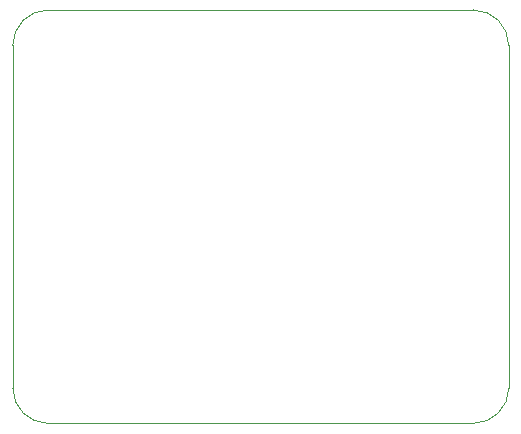
<source format=gbr>
G04 #@! TF.GenerationSoftware,KiCad,Pcbnew,5.1.4+dfsg1-1*
G04 #@! TF.CreationDate,2020-04-28T18:32:34+04:00*
G04 #@! TF.ProjectId,RailLink_Adapter,5261696c-4c69-46e6-9b5f-416461707465,rev?*
G04 #@! TF.SameCoordinates,Original*
G04 #@! TF.FileFunction,Profile,NP*
%FSLAX46Y46*%
G04 Gerber Fmt 4.6, Leading zero omitted, Abs format (unit mm)*
G04 Created by KiCad (PCBNEW 5.1.4+dfsg1-1) date 2020-04-28 18:32:34*
%MOMM*%
%LPD*%
G04 APERTURE LIST*
%ADD10C,0.050000*%
G04 APERTURE END LIST*
D10*
X110000000Y-58000000D02*
G75*
G02X113000000Y-55000000I3000000J0D01*
G01*
X113000000Y-90000000D02*
G75*
G02X110000000Y-87000000I0J3000000D01*
G01*
X152000000Y-87000000D02*
G75*
G02X149000000Y-90000000I-3000000J0D01*
G01*
X149000000Y-55000000D02*
G75*
G02X152000000Y-58000000I0J-3000000D01*
G01*
X110000000Y-87000000D02*
X110000000Y-58000000D01*
X149000000Y-90000000D02*
X113000000Y-90000000D01*
X152000000Y-58000000D02*
X152000000Y-87000000D01*
X113000000Y-55000000D02*
X149000000Y-55000000D01*
M02*

</source>
